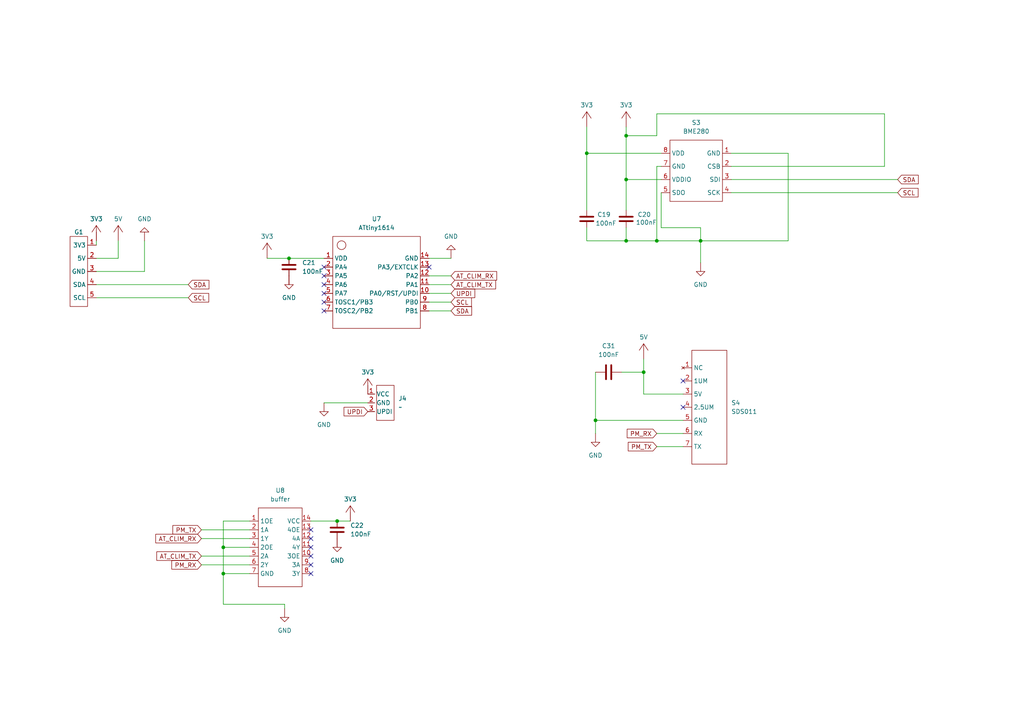
<source format=kicad_sch>
(kicad_sch (version 20250114) (generator "eeschema") (generator_version "9.0")
  (paper "A4")
  (lib_symbols
    (symbol "Device:C" (pin_numbers (hide yes)) (pin_names (offset 0.254))
      (property "Reference" "C" (at 0.635 2.54 0))
      (property "Value" "C" (at 0.635 -2.54 0))
      (symbol "C_0_1"
        (polyline (pts (xy -2.032 0.762) (xy 2.032 0.762)) (stroke (width 0.508)))
        (polyline (pts (xy -2.032 -0.762) (xy 2.032 -0.762)) (stroke (width 0.508)))
      )
      (symbol "C_1_1"
        (pin passive line (at 0 3.81 270) (length 2.794) (name "~") (number "1"))
        (pin passive line (at 0 -3.81 90) (length 2.794) (name "~") (number "2"))
      )
    )
    (symbol "air_sens_lib:ATtiny1614"
      (property "Reference" "U" (at 0 0 0))
      (symbol "ATtiny1614_0_1"
        (rectangle (start -13.97 31.75) (end 11.43 5.08))
        (circle (center -11.43 29.21) (radius 1.27))
      )
      (symbol "ATtiny1614_1_1"
        (pin power_in line (at -16.51 25.4 0) (length 2.54) (name "VDD") (number "1"))
        (pin bidirectional line (at -16.51 22.86 0) (length 2.54) (name "PA4") (number "2"))
        (pin bidirectional line (at -16.51 20.32 0) (length 2.54) (name "PA5") (number "3"))
        (pin bidirectional line (at -16.51 17.78 0) (length 2.54) (name "PA6") (number "4"))
        (pin bidirectional line (at -16.51 15.24 0) (length 2.54) (name "PA7") (number "5"))
        (pin bidirectional line (at -16.51 12.7 0) (length 2.54) (name "TOSC1/PB3") (number "6"))
        (pin bidirectional line (at -16.51 10.16 0) (length 2.54) (name "TOSC2/PB2") (number "7"))
        (pin power_in line (at 13.97 25.4 180) (length 2.54) (name "GND") (number "14"))
        (pin bidirectional line (at 13.97 22.86 180) (length 2.54) (name "PA3/EXTCLK") (number "13"))
        (pin bidirectional line (at 13.97 20.32 180) (length 2.54) (name "PA2") (number "12"))
        (pin bidirectional line (at 13.97 17.78 180) (length 2.54) (name "PA1") (number "11"))
        (pin bidirectional line (at 13.97 15.24 180) (length 2.54) (name "PA0/RST/UPDI") (number "10"))
        (pin bidirectional line (at 13.97 12.7 180) (length 2.54) (name "PB0") (number "9"))
        (pin bidirectional line (at 13.97 10.16 180) (length 2.54) (name "PB1") (number "8"))
      )
    )
    (symbol "air_sens_lib:ATtiny1614_programming_header"
      (property "Reference" "J" (at 0 0 0))
      (symbol "ATtiny1614_programming_header_0_1"
        (rectangle (start 0 16.51) (end 5.08 6.35))
      )
      (symbol "ATtiny1614_programming_header_1_1"
        (pin power_in line (at -2.54 13.97 0) (length 2) (name "VCC") (number "1"))
        (pin power_in line (at -2.54 11.43 0) (length 2) (name "GND") (number "2"))
        (pin bidirectional line (at -2.54 8.89 0) (length 2) (name "UPDI") (number "3"))
      )
    )
    (symbol "air_sens_lib:BME280"
      (property "Reference" "S" (at 0 0 0))
      (symbol "BME280_0_1"
        (rectangle (start -7.62 20.32) (end 7.62 2.54))
      )
      (symbol "BME280_1_1"
        (pin power_in line (at -10.16 16.51 0) (length 2.54) (name "VDD") (number "8"))
        (pin power_in line (at -10.16 12.7 0) (length 2.54) (name "GND") (number "7"))
        (pin power_in line (at -10.16 8.89 0) (length 2.54) (name "VDDIO") (number "6"))
        (pin bidirectional line (at -10.16 5.08 0) (length 2.54) (name "SDO") (number "5"))
        (pin power_in line (at 10.16 16.51 180) (length 2.54) (name "GND") (number "1"))
        (pin input line (at 10.16 12.7 180) (length 2.54) (name "CSB") (number "2"))
        (pin bidirectional line (at 10.16 8.89 180) (length 2.54) (name "SDI") (number "3"))
        (pin input line (at 10.16 5.08 180) (length 2.54) (name "SCK") (number "4"))
      )
    )
    (symbol "air_sens_lib:SDS011"
      (property "Reference" "S" (at 0 0 0))
      (symbol "SDS011_0_1"
        (rectangle (start -10.16 13.97) (end 22.86 24.13))
      )
      (symbol "SDS011_1_1"
        (pin no_connect line (at -5.08 11.43 90) (length 2.54) (name "NC") (number "1"))
        (pin output line (at -1.27 11.43 90) (length 2.54) (name "1UM") (number "2"))
        (pin power_in line (at 2.54 11.43 90) (length 2.54) (name "5V") (number "3"))
        (pin output line (at 6.35 11.43 90) (length 2.54) (name "2.5UM") (number "4"))
        (pin power_in line (at 10.16 11.43 90) (length 2.54) (name "GND") (number "5"))
        (pin input line (at 13.97 11.43 90) (length 2.54) (name "RX") (number "6"))
        (pin output line (at 17.78 11.43 90) (length 2.54) (name "TX") (number "7"))
      )
    )
    (symbol "air_sens_lib:SN74LVC125"
      (property "Reference" "U" (at 2.286 0 0))
      (symbol "SN74LVC125_0_1"
        (rectangle (start -3.81 25.4) (end 8.89 2.54))
      )
      (symbol "SN74LVC125_1_1"
        (pin input line (at -6.35 21.59 0) (length 2.54) (name "1OE") (number "1"))
        (pin input line (at -6.35 19.05 0) (length 2.54) (name "1A") (number "2"))
        (pin output line (at -6.35 16.51 0) (length 2.54) (name "1Y") (number "3"))
        (pin input line (at -6.35 13.97 0) (length 2.54) (name "2OE") (number "4"))
        (pin input line (at -6.35 11.43 0) (length 2.54) (name "2A") (number "5"))
        (pin output line (at -6.35 8.89 0) (length 2.54) (name "2Y") (number "6"))
        (pin power_in line (at -6.35 6.35 0) (length 2.54) (name "GND") (number "7"))
        (pin power_in line (at 11.43 21.59 180) (length 2.54) (name "VCC") (number "14"))
        (pin input line (at 11.43 19.05 180) (length 2.54) (name "4OE") (number "13"))
        (pin input line (at 11.43 16.51 180) (length 2.54) (name "4A") (number "12"))
        (pin output line (at 11.43 13.97 180) (length 2.54) (name "4Y") (number "11"))
        (pin input line (at 11.43 11.43 180) (length 2.54) (name "3OE") (number "10"))
        (pin input line (at 11.43 8.89 180) (length 2.54) (name "3A") (number "9"))
        (pin output line (at 11.43 6.35 180) (length 2.54) (name "3Y") (number "8"))
      )
    )
    (symbol "air_sens_lib:module_gpio"
      (property "Reference" "G" (at 5.842 3.048 0))
      (symbol "module_gpio_0_1"
        (rectangle (start 7.62 26.67) (end 2.54 6.35))
      )
      (symbol "module_gpio_1_1"
        (pin power_in line (at 10.16 24.13 180) (length 2.54) (name "3V3") (number "1"))
        (pin power_in line (at 10.16 20.32 180) (length 2.54) (name "5V") (number "2"))
        (pin power_in line (at 10.16 16.51 180) (length 2.54) (name "GND") (number "3"))
        (pin bidirectional line (at 10.16 12.7 180) (length 2.54) (name "SDA") (number "4"))
        (pin bidirectional line (at 10.16 8.89 180) (length 2.54) (name "SCL") (number "5"))
      )
    )
    (symbol "common:Capacitor" (pin_numbers (hide yes))
      (property "Reference" "C" (at 0 3.5 0))
      (property "Value" "F" (at 0 -4 0))
      (symbol "Capacitor_1_1"
        (polyline (pts (xy -0.635 1.905) (xy -0.635 -1.905)) (stroke (width 0.5)))
        (polyline (pts (xy 0.635 1.905) (xy 0.635 -1.905)) (stroke (width 0.5)))
        (pin passive line (at -2.54 0 0) (length 1.9) (name "~") (number "1"))
        (pin passive line (at 2.54 0 180) (length 1.9) (name "~") (number "2"))
      )
    )
    (symbol "pwr:+3.3V" (power) (pin_numbers (hide yes)) (in_bom no) (on_board no)
      (property "Value" "3V3" (at 0 3 0))
      (symbol "+3.3V_0_1"
        (polyline (pts (xy 0 1.905) (xy -1.27 0)))
        (polyline (pts (xy 0 1.905) (xy 1.27 0)))
        (polyline (pts (xy 0 0) (xy 0 1.905)))
      )
      (symbol "+3.3V_1_1"
        (pin power_in line (at 0 -2.54 90) (length 2.54) (name "~") (number "1"))
      )
    )
    (symbol "pwr:+5V" (power) (pin_numbers (hide yes)) (in_bom no) (on_board no)
      (property "Value" "5V" (at 0 3 0))
      (symbol "+5V_0_1"
        (polyline (pts (xy 0 1.905) (xy -1.27 0)))
        (polyline (pts (xy 0 1.905) (xy 1.27 0)))
        (polyline (pts (xy 0 0) (xy 0 1.905)))
      )
      (symbol "+5V_1_1"
        (pin power_in line (at 0 -2.54 90) (length 2.54) (name "~") (number "1"))
      )
    )
    (symbol "pwr:GND" (power) (pin_numbers (hide yes)) (in_bom no) (on_board no)
      (property "Value" "GND" (at 0 -2.5 0))
      (symbol "GND_0_1"
        (polyline (pts (xy 0 0) (xy 1.27 0) (xy 0 -1.27) (xy -1.27 0) (xy 0 0)))
      )
      (symbol "GND_1_1"
        (pin power_in line (at 0 2.54 270) (length 2.54) (name "~") (number "1"))
      )
    )
  )
  (junction (at 186.69 107.95))
  (junction (at 64.77 166.37))
  (junction (at 170.18 44.45))
  (junction (at 172.72 121.92))
  (junction (at 181.61 52.07))
  (junction (at 64.77 158.75))
  (junction (at 181.61 69.85))
  (junction (at 181.61 39.37))
  (junction (at 190.5 69.85))
  (junction (at 97.79 151.13))
  (junction (at 203.2 69.85))
  (junction (at 83.82 74.93))
  (no_connect (at 198.12 118.11))
  (no_connect (at 198.12 110.49))
  (no_connect (at 90.17 166.37))
  (no_connect (at 90.17 161.29))
  (no_connect (at 93.98 80.01))
  (no_connect (at 93.98 82.55))
  (no_connect (at 90.17 163.83))
  (no_connect (at 93.98 87.63))
  (no_connect (at 93.98 90.17))
  (no_connect (at 90.17 153.67))
  (no_connect (at 93.98 85.09))
  (no_connect (at 124.46 77.47))
  (no_connect (at 93.98 77.47))
  (no_connect (at 90.17 156.21))
  (no_connect (at 90.17 158.75))
  (wire (pts (xy 228.6 44.45) (xy 228.6 69.85)))
  (wire (pts (xy 191.77 44.45) (xy 170.18 44.45)))
  (wire (pts (xy 77.47 74.93) (xy 83.82 74.93)))
  (wire (pts (xy 191.77 48.26) (xy 190.5 48.26)))
  (wire (pts (xy 27.94 74.93) (xy 34.29 74.93)))
  (wire (pts (xy 190.5 69.85) (xy 203.2 69.85)))
  (wire (pts (xy 212.09 48.26) (xy 256.54 48.26)))
  (wire (pts (xy 172.72 107.95) (xy 172.72 121.92)))
  (wire (pts (xy 181.61 52.07) (xy 181.61 60.96)))
  (wire (pts (xy 83.82 74.93) (xy 93.98 74.93)))
  (wire (pts (xy 256.54 33.02) (xy 190.5 33.02)))
  (wire (pts (xy 64.77 175.26) (xy 82.55 175.26)))
  (wire (pts (xy 181.61 66.04) (xy 181.61 69.85)))
  (wire (pts (xy 212.09 52.07) (xy 260.35 52.07)))
  (wire (pts (xy 64.77 151.13) (xy 64.77 158.75)))
  (wire (pts (xy 64.77 158.75) (xy 72.39 158.75)))
  (wire (pts (xy 212.09 44.45) (xy 228.6 44.45)))
  (wire (pts (xy 181.61 39.37) (xy 181.61 52.07)))
  (wire (pts (xy 190.5 39.37) (xy 181.61 39.37)))
  (wire (pts (xy 190.5 33.02) (xy 190.5 39.37)))
  (wire (pts (xy 58.42 156.21) (xy 72.39 156.21)))
  (wire (pts (xy 82.55 175.26) (xy 82.55 176.53)))
  (wire (pts (xy 93.98 116.84) (xy 106.68 116.84)))
  (wire (pts (xy 190.5 48.26) (xy 190.5 69.85)))
  (wire (pts (xy 27.94 86.36) (xy 54.61 86.36)))
  (wire (pts (xy 72.39 151.13) (xy 64.77 151.13)))
  (wire (pts (xy 180.34 107.95) (xy 186.69 107.95)))
  (wire (pts (xy 181.61 52.07) (xy 191.77 52.07)))
  (wire (pts (xy 186.69 104.14) (xy 186.69 107.95)))
  (wire (pts (xy 228.6 69.85) (xy 203.2 69.85)))
  (wire (pts (xy 27.94 82.55) (xy 54.61 82.55)))
  (wire (pts (xy 181.61 69.85) (xy 190.5 69.85)))
  (wire (pts (xy 124.46 80.01) (xy 130.81 80.01)))
  (wire (pts (xy 124.46 87.63) (xy 130.81 87.63)))
  (wire (pts (xy 97.79 151.13) (xy 101.6 151.13)))
  (wire (pts (xy 41.91 78.74) (xy 41.91 69.85)))
  (wire (pts (xy 170.18 44.45) (xy 170.18 60.96)))
  (wire (pts (xy 203.2 76.2) (xy 203.2 69.85)))
  (wire (pts (xy 124.46 90.17) (xy 130.81 90.17)))
  (wire (pts (xy 90.17 151.13) (xy 97.79 151.13)))
  (wire (pts (xy 27.94 69.85) (xy 27.94 71.12)))
  (wire (pts (xy 34.29 74.93) (xy 34.29 69.85)))
  (wire (pts (xy 186.69 114.3) (xy 198.12 114.3)))
  (wire (pts (xy 170.18 44.45) (xy 170.18 36.83)))
  (wire (pts (xy 58.42 153.67) (xy 72.39 153.67)))
  (wire (pts (xy 190.5 125.73) (xy 198.12 125.73)))
  (wire (pts (xy 191.77 55.88) (xy 191.77 66.04)))
  (wire (pts (xy 124.46 74.93) (xy 130.81 74.93)))
  (wire (pts (xy 198.12 121.92) (xy 172.72 121.92)))
  (wire (pts (xy 203.2 66.04) (xy 203.2 69.85)))
  (wire (pts (xy 212.09 55.88) (xy 260.35 55.88)))
  (wire (pts (xy 58.42 163.83) (xy 72.39 163.83)))
  (wire (pts (xy 58.42 161.29) (xy 72.39 161.29)))
  (wire (pts (xy 27.94 78.74) (xy 41.91 78.74)))
  (wire (pts (xy 170.18 66.04) (xy 170.18 69.85)))
  (wire (pts (xy 256.54 48.26) (xy 256.54 33.02)))
  (wire (pts (xy 64.77 166.37) (xy 72.39 166.37)))
  (wire (pts (xy 64.77 166.37) (xy 64.77 175.26)))
  (wire (pts (xy 190.5 129.54) (xy 198.12 129.54)))
  (wire (pts (xy 172.72 121.92) (xy 172.72 125.73)))
  (wire (pts (xy 64.77 158.75) (xy 64.77 166.37)))
  (wire (pts (xy 191.77 66.04) (xy 203.2 66.04)))
  (wire (pts (xy 181.61 36.83) (xy 181.61 39.37)))
  (wire (pts (xy 130.81 85.09) (xy 124.46 85.09)))
  (wire (pts (xy 170.18 69.85) (xy 181.61 69.85)))
  (wire (pts (xy 124.46 82.55) (xy 130.81 82.55)))
  (wire (pts (xy 186.69 107.95) (xy 186.69 114.3)))
  (global_label "AT_CLIM_RX" (shape input) (at 58.42 156.21 180) (property "Intersheetrefs" "${INTERSHEET_REFS}" (effects (hide yes))))
  (global_label "SDA" (shape input) (at 130.81 90.17 0) (property "Intersheetrefs" "${INTERSHEET_REFS}" (effects (hide yes))))
  (global_label "SCL" (shape input) (at 54.61 86.36 0) (property "Intersheetrefs" "${INTERSHEET_REFS}" (effects (hide yes))))
  (global_label "SCL" (shape input) (at 130.81 87.63 0) (property "Intersheetrefs" "${INTERSHEET_REFS}" (effects (hide yes))))
  (global_label "SDA" (shape input) (at 54.61 82.55 0) (property "Intersheetrefs" "${INTERSHEET_REFS}" (effects (hide yes))))
  (global_label "PM_TX" (shape input) (at 190.5 129.54 180) (property "Intersheetrefs" "${INTERSHEET_REFS}" (effects (hide yes))))
  (global_label "PM_TX" (shape input) (at 58.42 153.67 180) (property "Intersheetrefs" "${INTERSHEET_REFS}" (effects (hide yes))))
  (global_label "AT_CLIM_TX" (shape input) (at 58.42 161.29 180) (property "Intersheetrefs" "${INTERSHEET_REFS}" (effects (hide yes))))
  (global_label "SCL" (shape input) (at 260.35 55.88 0) (property "Intersheetrefs" "${INTERSHEET_REFS}" (effects (hide yes))))
  (global_label "AT_CLIM_TX" (shape input) (at 130.81 82.55 0) (property "Intersheetrefs" "${INTERSHEET_REFS}" (effects (hide yes))))
  (global_label "UPDI" (shape input) (at 130.81 85.09 0) (property "Intersheetrefs" "${INTERSHEET_REFS}" (effects (hide yes))))
  (global_label "SDA" (shape input) (at 260.35 52.07 0) (property "Intersheetrefs" "${INTERSHEET_REFS}" (effects (hide yes))))
  (global_label "AT_CLIM_RX" (shape input) (at 130.81 80.01 0) (property "Intersheetrefs" "${INTERSHEET_REFS}" (effects (hide yes))))
  (global_label "PM_RX" (shape input) (at 58.42 163.83 180) (property "Intersheetrefs" "${INTERSHEET_REFS}" (effects (hide yes))))
  (global_label "UPDI" (shape input) (at 106.68 119.38 180) (property "Intersheetrefs" "${INTERSHEET_REFS}" (effects (hide yes))))
  (global_label "PM_RX" (shape input) (at 190.5 125.73 180) (property "Intersheetrefs" "${INTERSHEET_REFS}" (effects (hide yes))))
  (symbol (lib_id "pwr:+3.3V") (at 101.6 148.59 0) (unit 1) (in_bom no) (on_board no)
    (property "Reference" "#3V011" (effects (hide yes)))
    (property "Value" "3V3" (at 101.6 144.78 0))
    (property "Description" "+3.3V" (effects (hide yes)))
  )
  (symbol (lib_id "air_sens_lib:ATtiny1614_programming_header") (at 109.22 128.27 0) (unit 1)
    (property "Reference" "J4" (at 115.57 115.5699 0) (effects (justify left)))
    (property "Value" "~" (at 115.57 118.1099 0) (effects (justify left)))
    (property "Footprint" "air_sens_foots:ATtiny_Programming_Header" (effects (hide yes)))
  )
  (symbol (lib_id "common:Capacitor") (at 181.61 63.5 90) (unit 1)
    (property "Reference" "C20" (at 184.912 62.23 90) (effects (justify right)))
    (property "Value" "100nF" (at 184.404 64.516 90) (effects (justify right)))
    (property "Footprint" "common:C_0603" (effects (hide yes)))
    (property "Description" "Unpolarized Capacitor" (effects (hide yes)))
  )
  (symbol (lib_id "common:Capacitor") (at 170.18 63.5 270) (unit 1)
    (property "Reference" "C19" (at 173.228 62.23 90) (effects (justify left)))
    (property "Value" "100nF" (at 172.72 64.77 90) (effects (justify left)))
    (property "Footprint" "common:C_0603" (effects (hide yes)))
    (property "Description" "Unpolarized Capacitor" (effects (hide yes)))
  )
  (symbol (lib_id "pwr:+3.3V") (at 170.18 34.29 0) (unit 1) (in_bom no) (on_board no)
    (property "Reference" "#3V010" (effects (hide yes)))
    (property "Value" "3V3" (at 170.18 30.48 0))
    (property "Description" "+3.3V" (effects (hide yes)))
  )
  (symbol (lib_id "pwr:GND") (at 97.79 158.75 0) (unit 1) (in_bom no) (on_board no)
    (property "Reference" "#GND038" (effects (hide yes)))
    (property "Value" "GND" (at 97.79 162.56 0))
    (property "Description" "Ground" (effects (hide yes)))
  )
  (symbol (lib_id "pwr:+3.3V") (at 77.47 72.39 0) (unit 1) (in_bom no) (on_board no)
    (property "Reference" "#3V07" (effects (hide yes)))
    (property "Value" "3V3" (at 77.47 68.58 0))
    (property "Description" "+3.3V" (effects (hide yes)))
  )
  (symbol (lib_id "pwr:GND") (at 203.2 78.74 0) (unit 1) (in_bom no) (on_board no)
    (property "Reference" "#GND011" (effects (hide yes)))
    (property "Value" "GND" (at 203.2 82.55 0))
    (property "Description" "Ground" (effects (hide yes)))
  )
  (symbol (lib_id "pwr:GND") (at 83.82 82.55 0) (unit 1) (in_bom no) (on_board no)
    (property "Reference" "#GND037" (effects (hide yes)))
    (property "Value" "GND" (at 83.82 86.36 0))
    (property "Description" "Ground" (effects (hide yes)))
  )
  (symbol (lib_id "pwr:GND") (at 172.72 128.27 0) (unit 1) (in_bom no) (on_board no)
    (property "Reference" "#GND032" (effects (hide yes)))
    (property "Value" "GND" (at 172.72 132.08 0))
    (property "Description" "Ground" (effects (hide yes)))
  )
  (symbol (lib_id "pwr:+3.3V") (at 181.61 34.29 0) (unit 1) (in_bom no) (on_board no)
    (property "Reference" "#3V09" (effects (hide yes)))
    (property "Value" "3V3" (at 181.61 30.48 0))
    (property "Description" "+3.3V" (effects (hide yes)))
  )
  (symbol (lib_id "pwr:+5V") (at 34.29 67.31 0) (unit 1) (in_bom no) (on_board no)
    (property "Reference" "#5V07" (effects (hide yes)))
    (property "Value" "5V" (at 34.29 63.5 0))
    (property "Description" "+5V" (effects (hide yes)))
  )
  (symbol (lib_id "pwr:+3.3V") (at 27.94 67.31 0) (unit 1) (in_bom no) (on_board no)
    (property "Reference" "#3V06" (effects (hide yes)))
    (property "Value" "3V3" (at 27.94 63.5 0))
    (property "Description" "+3.3V" (effects (hide yes)))
  )
  (symbol (lib_id "common:Capacitor") (at 97.79 153.67 90) (unit 1)
    (property "Reference" "C22" (at 101.6 152.3999 90) (effects (justify right)))
    (property "Value" "100nF" (at 101.6 154.9399 90) (effects (justify right)))
    (property "Footprint" "common:C_0603" (effects (hide yes)))
    (property "Description" "Unpolarized Capacitor" (effects (hide yes)))
  )
  (symbol (lib_id "Device:C") (at 176.53 107.95 90) (unit 1)
    (property "Reference" "C31" (at 176.53 100.33 90))
    (property "Value" "100nF" (at 176.53 102.87 90))
    (property "Footprint" "common:C_0603" (effects (hide yes)))
    (property "Description" "Unpolarized capacitor" (effects (hide yes)))
  )
  (symbol (lib_id "air_sens_lib:SN74LVC125") (at 78.74 172.72 0) (unit 1)
    (property "Reference" "U8" (at 81.28 142.24 0))
    (property "Value" "buffer" (at 81.28 144.78 0))
    (property "Footprint" "air_sens_foots:SN74LVC125" (effects (hide yes)))
  )
  (symbol (lib_id "pwr:GND") (at 93.98 119.38 0) (unit 1) (in_bom no) (on_board no)
    (property "Reference" "#GND09" (effects (hide yes)))
    (property "Value" "GND" (at 93.98 123.19 0))
    (property "Description" "Ground" (effects (hide yes)))
  )
  (symbol (lib_id "pwr:GND") (at 130.81 72.39 180) (unit 1) (in_bom no) (on_board no)
    (property "Reference" "#GND08" (effects (hide yes)))
    (property "Value" "GND" (at 130.81 68.58 0))
    (property "Description" "Ground" (effects (hide yes)))
  )
  (symbol (lib_id "air_sens_lib:BME280") (at 201.93 60.96 0) (unit 1)
    (property "Reference" "S3" (at 201.93 35.56 0))
    (property "Value" "BME280" (at 201.93 38.1 0))
    (property "Footprint" "air_sens_foots:BME280" (effects (hide yes)))
  )
  (symbol (lib_id "pwr:GND") (at 82.55 179.07 0) (unit 1) (in_bom no) (on_board no)
    (property "Reference" "#GND010" (effects (hide yes)))
    (property "Value" "GND" (at 82.55 182.88 0))
    (property "Description" "Ground" (effects (hide yes)))
  )
  (symbol (lib_id "air_sens_lib:ATtiny1614") (at 110.49 100.33 0) (unit 1)
    (property "Reference" "U7" (at 109.22 63.5 0))
    (property "Value" "ATtiny1614" (at 109.22 66.04 0))
    (property "Footprint" "air_sens_foots:ATtiny1614" (effects (hide yes)))
  )
  (symbol (lib_id "pwr:+3.3V") (at 106.68 111.76 0) (unit 1) (in_bom no) (on_board no)
    (property "Reference" "#3V08" (effects (hide yes)))
    (property "Value" "3V3" (at 106.68 107.95 0))
    (property "Description" "+3.3V" (effects (hide yes)))
  )
  (symbol (lib_id "pwr:GND") (at 41.91 67.31 180) (unit 1) (in_bom no) (on_board no)
    (property "Reference" "#GND033" (effects (hide yes)))
    (property "Value" "GND" (at 41.91 63.5 0))
    (property "Description" "Ground" (effects (hide yes)))
  )
  (symbol (lib_id "common:Capacitor") (at 83.82 77.47 90) (unit 1)
    (property "Reference" "C21" (at 87.63 76.1999 90) (effects (justify right)))
    (property "Value" "100nF" (at 87.63 78.7399 90) (effects (justify right)))
    (property "Footprint" "common:C_0603" (effects (hide yes)))
    (property "Description" "Unpolarized Capacitor" (effects (hide yes)))
  )
  (symbol (lib_id "pwr:+5V") (at 186.69 101.6 0) (unit 1) (in_bom no) (on_board no)
    (property "Reference" "#5V08" (effects (hide yes)))
    (property "Value" "5V" (at 186.69 97.79 0))
    (property "Description" "+5V" (effects (hide yes)))
  )
  (symbol (lib_id "air_sens_lib:module_gpio") (at 17.78 95.25 0) (unit 1)
    (property "Reference" "G1" (at 22.86 67.31 0))
    (property "Footprint" "air_sens_foots:GPIO_HEADER" (effects (hide yes)))
  )
  (symbol (lib_id "air_sens_lib:SDS011") (at 186.69 111.76 270) (unit 1)
    (property "Reference" "S4" (at 212.09 116.8399 90) (effects (justify left)))
    (property "Value" "SDS011" (at 212.09 119.3799 90) (effects (justify left)))
    (property "Footprint" "air_sens_foots:SDS011" (effects (hide yes)))
  )
)
</source>
